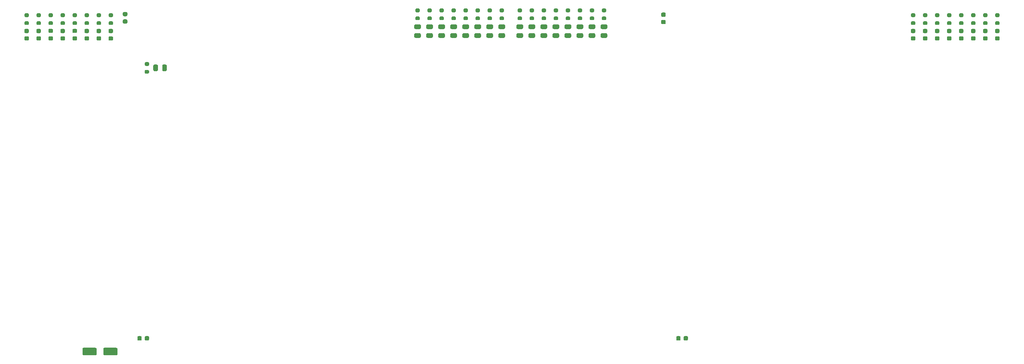
<source format=gbr>
%TF.GenerationSoftware,KiCad,Pcbnew,(5.1.10-1-10_14)*%
%TF.CreationDate,2021-09-26T00:15:31-04:00*%
%TF.ProjectId,prototype-board,70726f74-6f74-4797-9065-2d626f617264,rev?*%
%TF.SameCoordinates,Original*%
%TF.FileFunction,Paste,Top*%
%TF.FilePolarity,Positive*%
%FSLAX46Y46*%
G04 Gerber Fmt 4.6, Leading zero omitted, Abs format (unit mm)*
G04 Created by KiCad (PCBNEW (5.1.10-1-10_14)) date 2021-09-26 00:15:31*
%MOMM*%
%LPD*%
G01*
G04 APERTURE LIST*
G04 APERTURE END LIST*
%TO.C,C5*%
G36*
G01*
X85790000Y-129582000D02*
X85790000Y-128482000D01*
G75*
G02*
X86040000Y-128232000I250000J0D01*
G01*
X88540000Y-128232000D01*
G75*
G02*
X88790000Y-128482000I0J-250000D01*
G01*
X88790000Y-129582000D01*
G75*
G02*
X88540000Y-129832000I-250000J0D01*
G01*
X86040000Y-129832000D01*
G75*
G02*
X85790000Y-129582000I0J250000D01*
G01*
G37*
G36*
G01*
X81390000Y-129582000D02*
X81390000Y-128482000D01*
G75*
G02*
X81640000Y-128232000I250000J0D01*
G01*
X84140000Y-128232000D01*
G75*
G02*
X84390000Y-128482000I0J-250000D01*
G01*
X84390000Y-129582000D01*
G75*
G02*
X84140000Y-129832000I-250000J0D01*
G01*
X81640000Y-129832000D01*
G75*
G02*
X81390000Y-129582000I0J250000D01*
G01*
G37*
%TD*%
%TO.C,U36*%
G36*
G01*
X95251000Y-68557000D02*
X94701000Y-68557000D01*
G75*
G02*
X94501000Y-68357000I0J200000D01*
G01*
X94501000Y-67957000D01*
G75*
G02*
X94701000Y-67757000I200000J0D01*
G01*
X95251000Y-67757000D01*
G75*
G02*
X95451000Y-67957000I0J-200000D01*
G01*
X95451000Y-68357000D01*
G75*
G02*
X95251000Y-68557000I-200000J0D01*
G01*
G37*
G36*
G01*
X95251000Y-70207000D02*
X94701000Y-70207000D01*
G75*
G02*
X94501000Y-70007000I0J200000D01*
G01*
X94501000Y-69607000D01*
G75*
G02*
X94701000Y-69407000I200000J0D01*
G01*
X95251000Y-69407000D01*
G75*
G02*
X95451000Y-69607000I0J-200000D01*
G01*
X95451000Y-70007000D01*
G75*
G02*
X95251000Y-70207000I-200000J0D01*
G01*
G37*
%TD*%
%TO.C,D33*%
G36*
G01*
X98220000Y-69438250D02*
X98220000Y-68525750D01*
G75*
G02*
X98463750Y-68282000I243750J0D01*
G01*
X98951250Y-68282000D01*
G75*
G02*
X99195000Y-68525750I0J-243750D01*
G01*
X99195000Y-69438250D01*
G75*
G02*
X98951250Y-69682000I-243750J0D01*
G01*
X98463750Y-69682000D01*
G75*
G02*
X98220000Y-69438250I0J243750D01*
G01*
G37*
G36*
G01*
X96345000Y-69438250D02*
X96345000Y-68525750D01*
G75*
G02*
X96588750Y-68282000I243750J0D01*
G01*
X97076250Y-68282000D01*
G75*
G02*
X97320000Y-68525750I0J-243750D01*
G01*
X97320000Y-69438250D01*
G75*
G02*
X97076250Y-69682000I-243750J0D01*
G01*
X96588750Y-69682000D01*
G75*
G02*
X96345000Y-69438250I0J243750D01*
G01*
G37*
%TD*%
%TO.C,U35*%
G36*
G01*
X274849000Y-58249000D02*
X274299000Y-58249000D01*
G75*
G02*
X274099000Y-58049000I0J200000D01*
G01*
X274099000Y-57649000D01*
G75*
G02*
X274299000Y-57449000I200000J0D01*
G01*
X274849000Y-57449000D01*
G75*
G02*
X275049000Y-57649000I0J-200000D01*
G01*
X275049000Y-58049000D01*
G75*
G02*
X274849000Y-58249000I-200000J0D01*
G01*
G37*
G36*
G01*
X274849000Y-59899000D02*
X274299000Y-59899000D01*
G75*
G02*
X274099000Y-59699000I0J200000D01*
G01*
X274099000Y-59299000D01*
G75*
G02*
X274299000Y-59099000I200000J0D01*
G01*
X274849000Y-59099000D01*
G75*
G02*
X275049000Y-59299000I0J-200000D01*
G01*
X275049000Y-59699000D01*
G75*
G02*
X274849000Y-59899000I-200000J0D01*
G01*
G37*
%TD*%
%TO.C,U34*%
G36*
G01*
X272309000Y-58249000D02*
X271759000Y-58249000D01*
G75*
G02*
X271559000Y-58049000I0J200000D01*
G01*
X271559000Y-57649000D01*
G75*
G02*
X271759000Y-57449000I200000J0D01*
G01*
X272309000Y-57449000D01*
G75*
G02*
X272509000Y-57649000I0J-200000D01*
G01*
X272509000Y-58049000D01*
G75*
G02*
X272309000Y-58249000I-200000J0D01*
G01*
G37*
G36*
G01*
X272309000Y-59899000D02*
X271759000Y-59899000D01*
G75*
G02*
X271559000Y-59699000I0J200000D01*
G01*
X271559000Y-59299000D01*
G75*
G02*
X271759000Y-59099000I200000J0D01*
G01*
X272309000Y-59099000D01*
G75*
G02*
X272509000Y-59299000I0J-200000D01*
G01*
X272509000Y-59699000D01*
G75*
G02*
X272309000Y-59899000I-200000J0D01*
G01*
G37*
%TD*%
%TO.C,U33*%
G36*
G01*
X269769000Y-58249000D02*
X269219000Y-58249000D01*
G75*
G02*
X269019000Y-58049000I0J200000D01*
G01*
X269019000Y-57649000D01*
G75*
G02*
X269219000Y-57449000I200000J0D01*
G01*
X269769000Y-57449000D01*
G75*
G02*
X269969000Y-57649000I0J-200000D01*
G01*
X269969000Y-58049000D01*
G75*
G02*
X269769000Y-58249000I-200000J0D01*
G01*
G37*
G36*
G01*
X269769000Y-59899000D02*
X269219000Y-59899000D01*
G75*
G02*
X269019000Y-59699000I0J200000D01*
G01*
X269019000Y-59299000D01*
G75*
G02*
X269219000Y-59099000I200000J0D01*
G01*
X269769000Y-59099000D01*
G75*
G02*
X269969000Y-59299000I0J-200000D01*
G01*
X269969000Y-59699000D01*
G75*
G02*
X269769000Y-59899000I-200000J0D01*
G01*
G37*
%TD*%
%TO.C,U32*%
G36*
G01*
X267229000Y-58249000D02*
X266679000Y-58249000D01*
G75*
G02*
X266479000Y-58049000I0J200000D01*
G01*
X266479000Y-57649000D01*
G75*
G02*
X266679000Y-57449000I200000J0D01*
G01*
X267229000Y-57449000D01*
G75*
G02*
X267429000Y-57649000I0J-200000D01*
G01*
X267429000Y-58049000D01*
G75*
G02*
X267229000Y-58249000I-200000J0D01*
G01*
G37*
G36*
G01*
X267229000Y-59899000D02*
X266679000Y-59899000D01*
G75*
G02*
X266479000Y-59699000I0J200000D01*
G01*
X266479000Y-59299000D01*
G75*
G02*
X266679000Y-59099000I200000J0D01*
G01*
X267229000Y-59099000D01*
G75*
G02*
X267429000Y-59299000I0J-200000D01*
G01*
X267429000Y-59699000D01*
G75*
G02*
X267229000Y-59899000I-200000J0D01*
G01*
G37*
%TD*%
%TO.C,U31*%
G36*
G01*
X264689000Y-58249000D02*
X264139000Y-58249000D01*
G75*
G02*
X263939000Y-58049000I0J200000D01*
G01*
X263939000Y-57649000D01*
G75*
G02*
X264139000Y-57449000I200000J0D01*
G01*
X264689000Y-57449000D01*
G75*
G02*
X264889000Y-57649000I0J-200000D01*
G01*
X264889000Y-58049000D01*
G75*
G02*
X264689000Y-58249000I-200000J0D01*
G01*
G37*
G36*
G01*
X264689000Y-59899000D02*
X264139000Y-59899000D01*
G75*
G02*
X263939000Y-59699000I0J200000D01*
G01*
X263939000Y-59299000D01*
G75*
G02*
X264139000Y-59099000I200000J0D01*
G01*
X264689000Y-59099000D01*
G75*
G02*
X264889000Y-59299000I0J-200000D01*
G01*
X264889000Y-59699000D01*
G75*
G02*
X264689000Y-59899000I-200000J0D01*
G01*
G37*
%TD*%
%TO.C,U30*%
G36*
G01*
X262149000Y-58249000D02*
X261599000Y-58249000D01*
G75*
G02*
X261399000Y-58049000I0J200000D01*
G01*
X261399000Y-57649000D01*
G75*
G02*
X261599000Y-57449000I200000J0D01*
G01*
X262149000Y-57449000D01*
G75*
G02*
X262349000Y-57649000I0J-200000D01*
G01*
X262349000Y-58049000D01*
G75*
G02*
X262149000Y-58249000I-200000J0D01*
G01*
G37*
G36*
G01*
X262149000Y-59899000D02*
X261599000Y-59899000D01*
G75*
G02*
X261399000Y-59699000I0J200000D01*
G01*
X261399000Y-59299000D01*
G75*
G02*
X261599000Y-59099000I200000J0D01*
G01*
X262149000Y-59099000D01*
G75*
G02*
X262349000Y-59299000I0J-200000D01*
G01*
X262349000Y-59699000D01*
G75*
G02*
X262149000Y-59899000I-200000J0D01*
G01*
G37*
%TD*%
%TO.C,U29*%
G36*
G01*
X259609000Y-58249000D02*
X259059000Y-58249000D01*
G75*
G02*
X258859000Y-58049000I0J200000D01*
G01*
X258859000Y-57649000D01*
G75*
G02*
X259059000Y-57449000I200000J0D01*
G01*
X259609000Y-57449000D01*
G75*
G02*
X259809000Y-57649000I0J-200000D01*
G01*
X259809000Y-58049000D01*
G75*
G02*
X259609000Y-58249000I-200000J0D01*
G01*
G37*
G36*
G01*
X259609000Y-59899000D02*
X259059000Y-59899000D01*
G75*
G02*
X258859000Y-59699000I0J200000D01*
G01*
X258859000Y-59299000D01*
G75*
G02*
X259059000Y-59099000I200000J0D01*
G01*
X259609000Y-59099000D01*
G75*
G02*
X259809000Y-59299000I0J-200000D01*
G01*
X259809000Y-59699000D01*
G75*
G02*
X259609000Y-59899000I-200000J0D01*
G01*
G37*
%TD*%
%TO.C,U28*%
G36*
G01*
X257069000Y-58249000D02*
X256519000Y-58249000D01*
G75*
G02*
X256319000Y-58049000I0J200000D01*
G01*
X256319000Y-57649000D01*
G75*
G02*
X256519000Y-57449000I200000J0D01*
G01*
X257069000Y-57449000D01*
G75*
G02*
X257269000Y-57649000I0J-200000D01*
G01*
X257269000Y-58049000D01*
G75*
G02*
X257069000Y-58249000I-200000J0D01*
G01*
G37*
G36*
G01*
X257069000Y-59899000D02*
X256519000Y-59899000D01*
G75*
G02*
X256319000Y-59699000I0J200000D01*
G01*
X256319000Y-59299000D01*
G75*
G02*
X256519000Y-59099000I200000J0D01*
G01*
X257069000Y-59099000D01*
G75*
G02*
X257269000Y-59299000I0J-200000D01*
G01*
X257269000Y-59699000D01*
G75*
G02*
X257069000Y-59899000I-200000J0D01*
G01*
G37*
%TD*%
%TO.C,D32*%
G36*
G01*
X274317750Y-62326000D02*
X274830250Y-62326000D01*
G75*
G02*
X275049000Y-62544750I0J-218750D01*
G01*
X275049000Y-62982250D01*
G75*
G02*
X274830250Y-63201000I-218750J0D01*
G01*
X274317750Y-63201000D01*
G75*
G02*
X274099000Y-62982250I0J218750D01*
G01*
X274099000Y-62544750D01*
G75*
G02*
X274317750Y-62326000I218750J0D01*
G01*
G37*
G36*
G01*
X274317750Y-60751000D02*
X274830250Y-60751000D01*
G75*
G02*
X275049000Y-60969750I0J-218750D01*
G01*
X275049000Y-61407250D01*
G75*
G02*
X274830250Y-61626000I-218750J0D01*
G01*
X274317750Y-61626000D01*
G75*
G02*
X274099000Y-61407250I0J218750D01*
G01*
X274099000Y-60969750D01*
G75*
G02*
X274317750Y-60751000I218750J0D01*
G01*
G37*
%TD*%
%TO.C,D31*%
G36*
G01*
X271777750Y-62326000D02*
X272290250Y-62326000D01*
G75*
G02*
X272509000Y-62544750I0J-218750D01*
G01*
X272509000Y-62982250D01*
G75*
G02*
X272290250Y-63201000I-218750J0D01*
G01*
X271777750Y-63201000D01*
G75*
G02*
X271559000Y-62982250I0J218750D01*
G01*
X271559000Y-62544750D01*
G75*
G02*
X271777750Y-62326000I218750J0D01*
G01*
G37*
G36*
G01*
X271777750Y-60751000D02*
X272290250Y-60751000D01*
G75*
G02*
X272509000Y-60969750I0J-218750D01*
G01*
X272509000Y-61407250D01*
G75*
G02*
X272290250Y-61626000I-218750J0D01*
G01*
X271777750Y-61626000D01*
G75*
G02*
X271559000Y-61407250I0J218750D01*
G01*
X271559000Y-60969750D01*
G75*
G02*
X271777750Y-60751000I218750J0D01*
G01*
G37*
%TD*%
%TO.C,D30*%
G36*
G01*
X269237750Y-62326000D02*
X269750250Y-62326000D01*
G75*
G02*
X269969000Y-62544750I0J-218750D01*
G01*
X269969000Y-62982250D01*
G75*
G02*
X269750250Y-63201000I-218750J0D01*
G01*
X269237750Y-63201000D01*
G75*
G02*
X269019000Y-62982250I0J218750D01*
G01*
X269019000Y-62544750D01*
G75*
G02*
X269237750Y-62326000I218750J0D01*
G01*
G37*
G36*
G01*
X269237750Y-60751000D02*
X269750250Y-60751000D01*
G75*
G02*
X269969000Y-60969750I0J-218750D01*
G01*
X269969000Y-61407250D01*
G75*
G02*
X269750250Y-61626000I-218750J0D01*
G01*
X269237750Y-61626000D01*
G75*
G02*
X269019000Y-61407250I0J218750D01*
G01*
X269019000Y-60969750D01*
G75*
G02*
X269237750Y-60751000I218750J0D01*
G01*
G37*
%TD*%
%TO.C,D29*%
G36*
G01*
X266697750Y-62326000D02*
X267210250Y-62326000D01*
G75*
G02*
X267429000Y-62544750I0J-218750D01*
G01*
X267429000Y-62982250D01*
G75*
G02*
X267210250Y-63201000I-218750J0D01*
G01*
X266697750Y-63201000D01*
G75*
G02*
X266479000Y-62982250I0J218750D01*
G01*
X266479000Y-62544750D01*
G75*
G02*
X266697750Y-62326000I218750J0D01*
G01*
G37*
G36*
G01*
X266697750Y-60751000D02*
X267210250Y-60751000D01*
G75*
G02*
X267429000Y-60969750I0J-218750D01*
G01*
X267429000Y-61407250D01*
G75*
G02*
X267210250Y-61626000I-218750J0D01*
G01*
X266697750Y-61626000D01*
G75*
G02*
X266479000Y-61407250I0J218750D01*
G01*
X266479000Y-60969750D01*
G75*
G02*
X266697750Y-60751000I218750J0D01*
G01*
G37*
%TD*%
%TO.C,D28*%
G36*
G01*
X264157750Y-62326000D02*
X264670250Y-62326000D01*
G75*
G02*
X264889000Y-62544750I0J-218750D01*
G01*
X264889000Y-62982250D01*
G75*
G02*
X264670250Y-63201000I-218750J0D01*
G01*
X264157750Y-63201000D01*
G75*
G02*
X263939000Y-62982250I0J218750D01*
G01*
X263939000Y-62544750D01*
G75*
G02*
X264157750Y-62326000I218750J0D01*
G01*
G37*
G36*
G01*
X264157750Y-60751000D02*
X264670250Y-60751000D01*
G75*
G02*
X264889000Y-60969750I0J-218750D01*
G01*
X264889000Y-61407250D01*
G75*
G02*
X264670250Y-61626000I-218750J0D01*
G01*
X264157750Y-61626000D01*
G75*
G02*
X263939000Y-61407250I0J218750D01*
G01*
X263939000Y-60969750D01*
G75*
G02*
X264157750Y-60751000I218750J0D01*
G01*
G37*
%TD*%
%TO.C,D27*%
G36*
G01*
X261617750Y-62326000D02*
X262130250Y-62326000D01*
G75*
G02*
X262349000Y-62544750I0J-218750D01*
G01*
X262349000Y-62982250D01*
G75*
G02*
X262130250Y-63201000I-218750J0D01*
G01*
X261617750Y-63201000D01*
G75*
G02*
X261399000Y-62982250I0J218750D01*
G01*
X261399000Y-62544750D01*
G75*
G02*
X261617750Y-62326000I218750J0D01*
G01*
G37*
G36*
G01*
X261617750Y-60751000D02*
X262130250Y-60751000D01*
G75*
G02*
X262349000Y-60969750I0J-218750D01*
G01*
X262349000Y-61407250D01*
G75*
G02*
X262130250Y-61626000I-218750J0D01*
G01*
X261617750Y-61626000D01*
G75*
G02*
X261399000Y-61407250I0J218750D01*
G01*
X261399000Y-60969750D01*
G75*
G02*
X261617750Y-60751000I218750J0D01*
G01*
G37*
%TD*%
%TO.C,D26*%
G36*
G01*
X259077750Y-62326000D02*
X259590250Y-62326000D01*
G75*
G02*
X259809000Y-62544750I0J-218750D01*
G01*
X259809000Y-62982250D01*
G75*
G02*
X259590250Y-63201000I-218750J0D01*
G01*
X259077750Y-63201000D01*
G75*
G02*
X258859000Y-62982250I0J218750D01*
G01*
X258859000Y-62544750D01*
G75*
G02*
X259077750Y-62326000I218750J0D01*
G01*
G37*
G36*
G01*
X259077750Y-60751000D02*
X259590250Y-60751000D01*
G75*
G02*
X259809000Y-60969750I0J-218750D01*
G01*
X259809000Y-61407250D01*
G75*
G02*
X259590250Y-61626000I-218750J0D01*
G01*
X259077750Y-61626000D01*
G75*
G02*
X258859000Y-61407250I0J218750D01*
G01*
X258859000Y-60969750D01*
G75*
G02*
X259077750Y-60751000I218750J0D01*
G01*
G37*
%TD*%
%TO.C,D25*%
G36*
G01*
X256537750Y-62326000D02*
X257050250Y-62326000D01*
G75*
G02*
X257269000Y-62544750I0J-218750D01*
G01*
X257269000Y-62982250D01*
G75*
G02*
X257050250Y-63201000I-218750J0D01*
G01*
X256537750Y-63201000D01*
G75*
G02*
X256319000Y-62982250I0J218750D01*
G01*
X256319000Y-62544750D01*
G75*
G02*
X256537750Y-62326000I218750J0D01*
G01*
G37*
G36*
G01*
X256537750Y-60751000D02*
X257050250Y-60751000D01*
G75*
G02*
X257269000Y-60969750I0J-218750D01*
G01*
X257269000Y-61407250D01*
G75*
G02*
X257050250Y-61626000I-218750J0D01*
G01*
X256537750Y-61626000D01*
G75*
G02*
X256319000Y-61407250I0J218750D01*
G01*
X256319000Y-60969750D01*
G75*
G02*
X256537750Y-60751000I218750J0D01*
G01*
G37*
%TD*%
%TO.C,U27*%
G36*
G01*
X87651000Y-59899000D02*
X87101000Y-59899000D01*
G75*
G02*
X86901000Y-59699000I0J200000D01*
G01*
X86901000Y-59299000D01*
G75*
G02*
X87101000Y-59099000I200000J0D01*
G01*
X87651000Y-59099000D01*
G75*
G02*
X87851000Y-59299000I0J-200000D01*
G01*
X87851000Y-59699000D01*
G75*
G02*
X87651000Y-59899000I-200000J0D01*
G01*
G37*
G36*
G01*
X87651000Y-58249000D02*
X87101000Y-58249000D01*
G75*
G02*
X86901000Y-58049000I0J200000D01*
G01*
X86901000Y-57649000D01*
G75*
G02*
X87101000Y-57449000I200000J0D01*
G01*
X87651000Y-57449000D01*
G75*
G02*
X87851000Y-57649000I0J-200000D01*
G01*
X87851000Y-58049000D01*
G75*
G02*
X87651000Y-58249000I-200000J0D01*
G01*
G37*
%TD*%
%TO.C,U26*%
G36*
G01*
X85111000Y-59899000D02*
X84561000Y-59899000D01*
G75*
G02*
X84361000Y-59699000I0J200000D01*
G01*
X84361000Y-59299000D01*
G75*
G02*
X84561000Y-59099000I200000J0D01*
G01*
X85111000Y-59099000D01*
G75*
G02*
X85311000Y-59299000I0J-200000D01*
G01*
X85311000Y-59699000D01*
G75*
G02*
X85111000Y-59899000I-200000J0D01*
G01*
G37*
G36*
G01*
X85111000Y-58249000D02*
X84561000Y-58249000D01*
G75*
G02*
X84361000Y-58049000I0J200000D01*
G01*
X84361000Y-57649000D01*
G75*
G02*
X84561000Y-57449000I200000J0D01*
G01*
X85111000Y-57449000D01*
G75*
G02*
X85311000Y-57649000I0J-200000D01*
G01*
X85311000Y-58049000D01*
G75*
G02*
X85111000Y-58249000I-200000J0D01*
G01*
G37*
%TD*%
%TO.C,U25*%
G36*
G01*
X82571000Y-59899000D02*
X82021000Y-59899000D01*
G75*
G02*
X81821000Y-59699000I0J200000D01*
G01*
X81821000Y-59299000D01*
G75*
G02*
X82021000Y-59099000I200000J0D01*
G01*
X82571000Y-59099000D01*
G75*
G02*
X82771000Y-59299000I0J-200000D01*
G01*
X82771000Y-59699000D01*
G75*
G02*
X82571000Y-59899000I-200000J0D01*
G01*
G37*
G36*
G01*
X82571000Y-58249000D02*
X82021000Y-58249000D01*
G75*
G02*
X81821000Y-58049000I0J200000D01*
G01*
X81821000Y-57649000D01*
G75*
G02*
X82021000Y-57449000I200000J0D01*
G01*
X82571000Y-57449000D01*
G75*
G02*
X82771000Y-57649000I0J-200000D01*
G01*
X82771000Y-58049000D01*
G75*
G02*
X82571000Y-58249000I-200000J0D01*
G01*
G37*
%TD*%
%TO.C,U24*%
G36*
G01*
X80031000Y-59899000D02*
X79481000Y-59899000D01*
G75*
G02*
X79281000Y-59699000I0J200000D01*
G01*
X79281000Y-59299000D01*
G75*
G02*
X79481000Y-59099000I200000J0D01*
G01*
X80031000Y-59099000D01*
G75*
G02*
X80231000Y-59299000I0J-200000D01*
G01*
X80231000Y-59699000D01*
G75*
G02*
X80031000Y-59899000I-200000J0D01*
G01*
G37*
G36*
G01*
X80031000Y-58249000D02*
X79481000Y-58249000D01*
G75*
G02*
X79281000Y-58049000I0J200000D01*
G01*
X79281000Y-57649000D01*
G75*
G02*
X79481000Y-57449000I200000J0D01*
G01*
X80031000Y-57449000D01*
G75*
G02*
X80231000Y-57649000I0J-200000D01*
G01*
X80231000Y-58049000D01*
G75*
G02*
X80031000Y-58249000I-200000J0D01*
G01*
G37*
%TD*%
%TO.C,U23*%
G36*
G01*
X77491000Y-59899000D02*
X76941000Y-59899000D01*
G75*
G02*
X76741000Y-59699000I0J200000D01*
G01*
X76741000Y-59299000D01*
G75*
G02*
X76941000Y-59099000I200000J0D01*
G01*
X77491000Y-59099000D01*
G75*
G02*
X77691000Y-59299000I0J-200000D01*
G01*
X77691000Y-59699000D01*
G75*
G02*
X77491000Y-59899000I-200000J0D01*
G01*
G37*
G36*
G01*
X77491000Y-58249000D02*
X76941000Y-58249000D01*
G75*
G02*
X76741000Y-58049000I0J200000D01*
G01*
X76741000Y-57649000D01*
G75*
G02*
X76941000Y-57449000I200000J0D01*
G01*
X77491000Y-57449000D01*
G75*
G02*
X77691000Y-57649000I0J-200000D01*
G01*
X77691000Y-58049000D01*
G75*
G02*
X77491000Y-58249000I-200000J0D01*
G01*
G37*
%TD*%
%TO.C,U22*%
G36*
G01*
X74951000Y-59899000D02*
X74401000Y-59899000D01*
G75*
G02*
X74201000Y-59699000I0J200000D01*
G01*
X74201000Y-59299000D01*
G75*
G02*
X74401000Y-59099000I200000J0D01*
G01*
X74951000Y-59099000D01*
G75*
G02*
X75151000Y-59299000I0J-200000D01*
G01*
X75151000Y-59699000D01*
G75*
G02*
X74951000Y-59899000I-200000J0D01*
G01*
G37*
G36*
G01*
X74951000Y-58249000D02*
X74401000Y-58249000D01*
G75*
G02*
X74201000Y-58049000I0J200000D01*
G01*
X74201000Y-57649000D01*
G75*
G02*
X74401000Y-57449000I200000J0D01*
G01*
X74951000Y-57449000D01*
G75*
G02*
X75151000Y-57649000I0J-200000D01*
G01*
X75151000Y-58049000D01*
G75*
G02*
X74951000Y-58249000I-200000J0D01*
G01*
G37*
%TD*%
%TO.C,U21*%
G36*
G01*
X72411000Y-59899000D02*
X71861000Y-59899000D01*
G75*
G02*
X71661000Y-59699000I0J200000D01*
G01*
X71661000Y-59299000D01*
G75*
G02*
X71861000Y-59099000I200000J0D01*
G01*
X72411000Y-59099000D01*
G75*
G02*
X72611000Y-59299000I0J-200000D01*
G01*
X72611000Y-59699000D01*
G75*
G02*
X72411000Y-59899000I-200000J0D01*
G01*
G37*
G36*
G01*
X72411000Y-58249000D02*
X71861000Y-58249000D01*
G75*
G02*
X71661000Y-58049000I0J200000D01*
G01*
X71661000Y-57649000D01*
G75*
G02*
X71861000Y-57449000I200000J0D01*
G01*
X72411000Y-57449000D01*
G75*
G02*
X72611000Y-57649000I0J-200000D01*
G01*
X72611000Y-58049000D01*
G75*
G02*
X72411000Y-58249000I-200000J0D01*
G01*
G37*
%TD*%
%TO.C,U20*%
G36*
G01*
X69871000Y-59899000D02*
X69321000Y-59899000D01*
G75*
G02*
X69121000Y-59699000I0J200000D01*
G01*
X69121000Y-59299000D01*
G75*
G02*
X69321000Y-59099000I200000J0D01*
G01*
X69871000Y-59099000D01*
G75*
G02*
X70071000Y-59299000I0J-200000D01*
G01*
X70071000Y-59699000D01*
G75*
G02*
X69871000Y-59899000I-200000J0D01*
G01*
G37*
G36*
G01*
X69871000Y-58249000D02*
X69321000Y-58249000D01*
G75*
G02*
X69121000Y-58049000I0J200000D01*
G01*
X69121000Y-57649000D01*
G75*
G02*
X69321000Y-57449000I200000J0D01*
G01*
X69871000Y-57449000D01*
G75*
G02*
X70071000Y-57649000I0J-200000D01*
G01*
X70071000Y-58049000D01*
G75*
G02*
X69871000Y-58249000I-200000J0D01*
G01*
G37*
%TD*%
%TO.C,D24*%
G36*
G01*
X87119750Y-60756714D02*
X87632250Y-60756714D01*
G75*
G02*
X87851000Y-60975464I0J-218750D01*
G01*
X87851000Y-61412964D01*
G75*
G02*
X87632250Y-61631714I-218750J0D01*
G01*
X87119750Y-61631714D01*
G75*
G02*
X86901000Y-61412964I0J218750D01*
G01*
X86901000Y-60975464D01*
G75*
G02*
X87119750Y-60756714I218750J0D01*
G01*
G37*
G36*
G01*
X87119750Y-62331714D02*
X87632250Y-62331714D01*
G75*
G02*
X87851000Y-62550464I0J-218750D01*
G01*
X87851000Y-62987964D01*
G75*
G02*
X87632250Y-63206714I-218750J0D01*
G01*
X87119750Y-63206714D01*
G75*
G02*
X86901000Y-62987964I0J218750D01*
G01*
X86901000Y-62550464D01*
G75*
G02*
X87119750Y-62331714I218750J0D01*
G01*
G37*
%TD*%
%TO.C,D23*%
G36*
G01*
X84579750Y-60751000D02*
X85092250Y-60751000D01*
G75*
G02*
X85311000Y-60969750I0J-218750D01*
G01*
X85311000Y-61407250D01*
G75*
G02*
X85092250Y-61626000I-218750J0D01*
G01*
X84579750Y-61626000D01*
G75*
G02*
X84361000Y-61407250I0J218750D01*
G01*
X84361000Y-60969750D01*
G75*
G02*
X84579750Y-60751000I218750J0D01*
G01*
G37*
G36*
G01*
X84579750Y-62326000D02*
X85092250Y-62326000D01*
G75*
G02*
X85311000Y-62544750I0J-218750D01*
G01*
X85311000Y-62982250D01*
G75*
G02*
X85092250Y-63201000I-218750J0D01*
G01*
X84579750Y-63201000D01*
G75*
G02*
X84361000Y-62982250I0J218750D01*
G01*
X84361000Y-62544750D01*
G75*
G02*
X84579750Y-62326000I218750J0D01*
G01*
G37*
%TD*%
%TO.C,D22*%
G36*
G01*
X82039750Y-60750998D02*
X82552250Y-60750998D01*
G75*
G02*
X82771000Y-60969748I0J-218750D01*
G01*
X82771000Y-61407248D01*
G75*
G02*
X82552250Y-61625998I-218750J0D01*
G01*
X82039750Y-61625998D01*
G75*
G02*
X81821000Y-61407248I0J218750D01*
G01*
X81821000Y-60969748D01*
G75*
G02*
X82039750Y-60750998I218750J0D01*
G01*
G37*
G36*
G01*
X82039750Y-62325998D02*
X82552250Y-62325998D01*
G75*
G02*
X82771000Y-62544748I0J-218750D01*
G01*
X82771000Y-62982248D01*
G75*
G02*
X82552250Y-63200998I-218750J0D01*
G01*
X82039750Y-63200998D01*
G75*
G02*
X81821000Y-62982248I0J218750D01*
G01*
X81821000Y-62544748D01*
G75*
G02*
X82039750Y-62325998I218750J0D01*
G01*
G37*
%TD*%
%TO.C,D21*%
G36*
G01*
X79499750Y-60728142D02*
X80012250Y-60728142D01*
G75*
G02*
X80231000Y-60946892I0J-218750D01*
G01*
X80231000Y-61384392D01*
G75*
G02*
X80012250Y-61603142I-218750J0D01*
G01*
X79499750Y-61603142D01*
G75*
G02*
X79281000Y-61384392I0J218750D01*
G01*
X79281000Y-60946892D01*
G75*
G02*
X79499750Y-60728142I218750J0D01*
G01*
G37*
G36*
G01*
X79499750Y-62303142D02*
X80012250Y-62303142D01*
G75*
G02*
X80231000Y-62521892I0J-218750D01*
G01*
X80231000Y-62959392D01*
G75*
G02*
X80012250Y-63178142I-218750J0D01*
G01*
X79499750Y-63178142D01*
G75*
G02*
X79281000Y-62959392I0J218750D01*
G01*
X79281000Y-62521892D01*
G75*
G02*
X79499750Y-62303142I218750J0D01*
G01*
G37*
%TD*%
%TO.C,D20*%
G36*
G01*
X76959750Y-60739570D02*
X77472250Y-60739570D01*
G75*
G02*
X77691000Y-60958320I0J-218750D01*
G01*
X77691000Y-61395820D01*
G75*
G02*
X77472250Y-61614570I-218750J0D01*
G01*
X76959750Y-61614570D01*
G75*
G02*
X76741000Y-61395820I0J218750D01*
G01*
X76741000Y-60958320D01*
G75*
G02*
X76959750Y-60739570I218750J0D01*
G01*
G37*
G36*
G01*
X76959750Y-62314570D02*
X77472250Y-62314570D01*
G75*
G02*
X77691000Y-62533320I0J-218750D01*
G01*
X77691000Y-62970820D01*
G75*
G02*
X77472250Y-63189570I-218750J0D01*
G01*
X76959750Y-63189570D01*
G75*
G02*
X76741000Y-62970820I0J218750D01*
G01*
X76741000Y-62533320D01*
G75*
G02*
X76959750Y-62314570I218750J0D01*
G01*
G37*
%TD*%
%TO.C,D19*%
G36*
G01*
X74419750Y-60722428D02*
X74932250Y-60722428D01*
G75*
G02*
X75151000Y-60941178I0J-218750D01*
G01*
X75151000Y-61378678D01*
G75*
G02*
X74932250Y-61597428I-218750J0D01*
G01*
X74419750Y-61597428D01*
G75*
G02*
X74201000Y-61378678I0J218750D01*
G01*
X74201000Y-60941178D01*
G75*
G02*
X74419750Y-60722428I218750J0D01*
G01*
G37*
G36*
G01*
X74419750Y-62297428D02*
X74932250Y-62297428D01*
G75*
G02*
X75151000Y-62516178I0J-218750D01*
G01*
X75151000Y-62953678D01*
G75*
G02*
X74932250Y-63172428I-218750J0D01*
G01*
X74419750Y-63172428D01*
G75*
G02*
X74201000Y-62953678I0J218750D01*
G01*
X74201000Y-62516178D01*
G75*
G02*
X74419750Y-62297428I218750J0D01*
G01*
G37*
%TD*%
%TO.C,D18*%
G36*
G01*
X71879750Y-60745284D02*
X72392250Y-60745284D01*
G75*
G02*
X72611000Y-60964034I0J-218750D01*
G01*
X72611000Y-61401534D01*
G75*
G02*
X72392250Y-61620284I-218750J0D01*
G01*
X71879750Y-61620284D01*
G75*
G02*
X71661000Y-61401534I0J218750D01*
G01*
X71661000Y-60964034D01*
G75*
G02*
X71879750Y-60745284I218750J0D01*
G01*
G37*
G36*
G01*
X71879750Y-62320284D02*
X72392250Y-62320284D01*
G75*
G02*
X72611000Y-62539034I0J-218750D01*
G01*
X72611000Y-62976534D01*
G75*
G02*
X72392250Y-63195284I-218750J0D01*
G01*
X71879750Y-63195284D01*
G75*
G02*
X71661000Y-62976534I0J218750D01*
G01*
X71661000Y-62539034D01*
G75*
G02*
X71879750Y-62320284I218750J0D01*
G01*
G37*
%TD*%
%TO.C,D17*%
G36*
G01*
X69339750Y-60733856D02*
X69852250Y-60733856D01*
G75*
G02*
X70071000Y-60952606I0J-218750D01*
G01*
X70071000Y-61390106D01*
G75*
G02*
X69852250Y-61608856I-218750J0D01*
G01*
X69339750Y-61608856D01*
G75*
G02*
X69121000Y-61390106I0J218750D01*
G01*
X69121000Y-60952606D01*
G75*
G02*
X69339750Y-60733856I218750J0D01*
G01*
G37*
G36*
G01*
X69339750Y-62308856D02*
X69852250Y-62308856D01*
G75*
G02*
X70071000Y-62527606I0J-218750D01*
G01*
X70071000Y-62965106D01*
G75*
G02*
X69852250Y-63183856I-218750J0D01*
G01*
X69339750Y-63183856D01*
G75*
G02*
X69121000Y-62965106I0J218750D01*
G01*
X69121000Y-62527606D01*
G75*
G02*
X69339750Y-62308856I218750J0D01*
G01*
G37*
%TD*%
%TO.C,U18*%
G36*
G01*
X191791000Y-57233000D02*
X191241000Y-57233000D01*
G75*
G02*
X191041000Y-57033000I0J200000D01*
G01*
X191041000Y-56633000D01*
G75*
G02*
X191241000Y-56433000I200000J0D01*
G01*
X191791000Y-56433000D01*
G75*
G02*
X191991000Y-56633000I0J-200000D01*
G01*
X191991000Y-57033000D01*
G75*
G02*
X191791000Y-57233000I-200000J0D01*
G01*
G37*
G36*
G01*
X191791000Y-58883000D02*
X191241000Y-58883000D01*
G75*
G02*
X191041000Y-58683000I0J200000D01*
G01*
X191041000Y-58283000D01*
G75*
G02*
X191241000Y-58083000I200000J0D01*
G01*
X191791000Y-58083000D01*
G75*
G02*
X191991000Y-58283000I0J-200000D01*
G01*
X191991000Y-58683000D01*
G75*
G02*
X191791000Y-58883000I-200000J0D01*
G01*
G37*
%TD*%
%TO.C,U16*%
G36*
G01*
X189251000Y-57233000D02*
X188701000Y-57233000D01*
G75*
G02*
X188501000Y-57033000I0J200000D01*
G01*
X188501000Y-56633000D01*
G75*
G02*
X188701000Y-56433000I200000J0D01*
G01*
X189251000Y-56433000D01*
G75*
G02*
X189451000Y-56633000I0J-200000D01*
G01*
X189451000Y-57033000D01*
G75*
G02*
X189251000Y-57233000I-200000J0D01*
G01*
G37*
G36*
G01*
X189251000Y-58883000D02*
X188701000Y-58883000D01*
G75*
G02*
X188501000Y-58683000I0J200000D01*
G01*
X188501000Y-58283000D01*
G75*
G02*
X188701000Y-58083000I200000J0D01*
G01*
X189251000Y-58083000D01*
G75*
G02*
X189451000Y-58283000I0J-200000D01*
G01*
X189451000Y-58683000D01*
G75*
G02*
X189251000Y-58883000I-200000J0D01*
G01*
G37*
%TD*%
%TO.C,U14*%
G36*
G01*
X186711000Y-57233000D02*
X186161000Y-57233000D01*
G75*
G02*
X185961000Y-57033000I0J200000D01*
G01*
X185961000Y-56633000D01*
G75*
G02*
X186161000Y-56433000I200000J0D01*
G01*
X186711000Y-56433000D01*
G75*
G02*
X186911000Y-56633000I0J-200000D01*
G01*
X186911000Y-57033000D01*
G75*
G02*
X186711000Y-57233000I-200000J0D01*
G01*
G37*
G36*
G01*
X186711000Y-58883000D02*
X186161000Y-58883000D01*
G75*
G02*
X185961000Y-58683000I0J200000D01*
G01*
X185961000Y-58283000D01*
G75*
G02*
X186161000Y-58083000I200000J0D01*
G01*
X186711000Y-58083000D01*
G75*
G02*
X186911000Y-58283000I0J-200000D01*
G01*
X186911000Y-58683000D01*
G75*
G02*
X186711000Y-58883000I-200000J0D01*
G01*
G37*
%TD*%
%TO.C,U12*%
G36*
G01*
X184171000Y-57233000D02*
X183621000Y-57233000D01*
G75*
G02*
X183421000Y-57033000I0J200000D01*
G01*
X183421000Y-56633000D01*
G75*
G02*
X183621000Y-56433000I200000J0D01*
G01*
X184171000Y-56433000D01*
G75*
G02*
X184371000Y-56633000I0J-200000D01*
G01*
X184371000Y-57033000D01*
G75*
G02*
X184171000Y-57233000I-200000J0D01*
G01*
G37*
G36*
G01*
X184171000Y-58883000D02*
X183621000Y-58883000D01*
G75*
G02*
X183421000Y-58683000I0J200000D01*
G01*
X183421000Y-58283000D01*
G75*
G02*
X183621000Y-58083000I200000J0D01*
G01*
X184171000Y-58083000D01*
G75*
G02*
X184371000Y-58283000I0J-200000D01*
G01*
X184371000Y-58683000D01*
G75*
G02*
X184171000Y-58883000I-200000J0D01*
G01*
G37*
%TD*%
%TO.C,U10*%
G36*
G01*
X181631000Y-57233000D02*
X181081000Y-57233000D01*
G75*
G02*
X180881000Y-57033000I0J200000D01*
G01*
X180881000Y-56633000D01*
G75*
G02*
X181081000Y-56433000I200000J0D01*
G01*
X181631000Y-56433000D01*
G75*
G02*
X181831000Y-56633000I0J-200000D01*
G01*
X181831000Y-57033000D01*
G75*
G02*
X181631000Y-57233000I-200000J0D01*
G01*
G37*
G36*
G01*
X181631000Y-58883000D02*
X181081000Y-58883000D01*
G75*
G02*
X180881000Y-58683000I0J200000D01*
G01*
X180881000Y-58283000D01*
G75*
G02*
X181081000Y-58083000I200000J0D01*
G01*
X181631000Y-58083000D01*
G75*
G02*
X181831000Y-58283000I0J-200000D01*
G01*
X181831000Y-58683000D01*
G75*
G02*
X181631000Y-58883000I-200000J0D01*
G01*
G37*
%TD*%
%TO.C,U8*%
G36*
G01*
X179091000Y-57233000D02*
X178541000Y-57233000D01*
G75*
G02*
X178341000Y-57033000I0J200000D01*
G01*
X178341000Y-56633000D01*
G75*
G02*
X178541000Y-56433000I200000J0D01*
G01*
X179091000Y-56433000D01*
G75*
G02*
X179291000Y-56633000I0J-200000D01*
G01*
X179291000Y-57033000D01*
G75*
G02*
X179091000Y-57233000I-200000J0D01*
G01*
G37*
G36*
G01*
X179091000Y-58883000D02*
X178541000Y-58883000D01*
G75*
G02*
X178341000Y-58683000I0J200000D01*
G01*
X178341000Y-58283000D01*
G75*
G02*
X178541000Y-58083000I200000J0D01*
G01*
X179091000Y-58083000D01*
G75*
G02*
X179291000Y-58283000I0J-200000D01*
G01*
X179291000Y-58683000D01*
G75*
G02*
X179091000Y-58883000I-200000J0D01*
G01*
G37*
%TD*%
%TO.C,U6*%
G36*
G01*
X176551000Y-57233000D02*
X176001000Y-57233000D01*
G75*
G02*
X175801000Y-57033000I0J200000D01*
G01*
X175801000Y-56633000D01*
G75*
G02*
X176001000Y-56433000I200000J0D01*
G01*
X176551000Y-56433000D01*
G75*
G02*
X176751000Y-56633000I0J-200000D01*
G01*
X176751000Y-57033000D01*
G75*
G02*
X176551000Y-57233000I-200000J0D01*
G01*
G37*
G36*
G01*
X176551000Y-58883000D02*
X176001000Y-58883000D01*
G75*
G02*
X175801000Y-58683000I0J200000D01*
G01*
X175801000Y-58283000D01*
G75*
G02*
X176001000Y-58083000I200000J0D01*
G01*
X176551000Y-58083000D01*
G75*
G02*
X176751000Y-58283000I0J-200000D01*
G01*
X176751000Y-58683000D01*
G75*
G02*
X176551000Y-58883000I-200000J0D01*
G01*
G37*
%TD*%
%TO.C,U4*%
G36*
G01*
X174011000Y-57233000D02*
X173461000Y-57233000D01*
G75*
G02*
X173261000Y-57033000I0J200000D01*
G01*
X173261000Y-56633000D01*
G75*
G02*
X173461000Y-56433000I200000J0D01*
G01*
X174011000Y-56433000D01*
G75*
G02*
X174211000Y-56633000I0J-200000D01*
G01*
X174211000Y-57033000D01*
G75*
G02*
X174011000Y-57233000I-200000J0D01*
G01*
G37*
G36*
G01*
X174011000Y-58883000D02*
X173461000Y-58883000D01*
G75*
G02*
X173261000Y-58683000I0J200000D01*
G01*
X173261000Y-58283000D01*
G75*
G02*
X173461000Y-58083000I200000J0D01*
G01*
X174011000Y-58083000D01*
G75*
G02*
X174211000Y-58283000I0J-200000D01*
G01*
X174211000Y-58683000D01*
G75*
G02*
X174011000Y-58883000I-200000J0D01*
G01*
G37*
%TD*%
%TO.C,D16*%
G36*
G01*
X191059750Y-61664000D02*
X191972250Y-61664000D01*
G75*
G02*
X192216000Y-61907750I0J-243750D01*
G01*
X192216000Y-62395250D01*
G75*
G02*
X191972250Y-62639000I-243750J0D01*
G01*
X191059750Y-62639000D01*
G75*
G02*
X190816000Y-62395250I0J243750D01*
G01*
X190816000Y-61907750D01*
G75*
G02*
X191059750Y-61664000I243750J0D01*
G01*
G37*
G36*
G01*
X191059750Y-59789000D02*
X191972250Y-59789000D01*
G75*
G02*
X192216000Y-60032750I0J-243750D01*
G01*
X192216000Y-60520250D01*
G75*
G02*
X191972250Y-60764000I-243750J0D01*
G01*
X191059750Y-60764000D01*
G75*
G02*
X190816000Y-60520250I0J243750D01*
G01*
X190816000Y-60032750D01*
G75*
G02*
X191059750Y-59789000I243750J0D01*
G01*
G37*
%TD*%
%TO.C,D15*%
G36*
G01*
X188519750Y-61664000D02*
X189432250Y-61664000D01*
G75*
G02*
X189676000Y-61907750I0J-243750D01*
G01*
X189676000Y-62395250D01*
G75*
G02*
X189432250Y-62639000I-243750J0D01*
G01*
X188519750Y-62639000D01*
G75*
G02*
X188276000Y-62395250I0J243750D01*
G01*
X188276000Y-61907750D01*
G75*
G02*
X188519750Y-61664000I243750J0D01*
G01*
G37*
G36*
G01*
X188519750Y-59789000D02*
X189432250Y-59789000D01*
G75*
G02*
X189676000Y-60032750I0J-243750D01*
G01*
X189676000Y-60520250D01*
G75*
G02*
X189432250Y-60764000I-243750J0D01*
G01*
X188519750Y-60764000D01*
G75*
G02*
X188276000Y-60520250I0J243750D01*
G01*
X188276000Y-60032750D01*
G75*
G02*
X188519750Y-59789000I243750J0D01*
G01*
G37*
%TD*%
%TO.C,D14*%
G36*
G01*
X185979750Y-61664000D02*
X186892250Y-61664000D01*
G75*
G02*
X187136000Y-61907750I0J-243750D01*
G01*
X187136000Y-62395250D01*
G75*
G02*
X186892250Y-62639000I-243750J0D01*
G01*
X185979750Y-62639000D01*
G75*
G02*
X185736000Y-62395250I0J243750D01*
G01*
X185736000Y-61907750D01*
G75*
G02*
X185979750Y-61664000I243750J0D01*
G01*
G37*
G36*
G01*
X185979750Y-59789000D02*
X186892250Y-59789000D01*
G75*
G02*
X187136000Y-60032750I0J-243750D01*
G01*
X187136000Y-60520250D01*
G75*
G02*
X186892250Y-60764000I-243750J0D01*
G01*
X185979750Y-60764000D01*
G75*
G02*
X185736000Y-60520250I0J243750D01*
G01*
X185736000Y-60032750D01*
G75*
G02*
X185979750Y-59789000I243750J0D01*
G01*
G37*
%TD*%
%TO.C,D13*%
G36*
G01*
X183439750Y-61664000D02*
X184352250Y-61664000D01*
G75*
G02*
X184596000Y-61907750I0J-243750D01*
G01*
X184596000Y-62395250D01*
G75*
G02*
X184352250Y-62639000I-243750J0D01*
G01*
X183439750Y-62639000D01*
G75*
G02*
X183196000Y-62395250I0J243750D01*
G01*
X183196000Y-61907750D01*
G75*
G02*
X183439750Y-61664000I243750J0D01*
G01*
G37*
G36*
G01*
X183439750Y-59789000D02*
X184352250Y-59789000D01*
G75*
G02*
X184596000Y-60032750I0J-243750D01*
G01*
X184596000Y-60520250D01*
G75*
G02*
X184352250Y-60764000I-243750J0D01*
G01*
X183439750Y-60764000D01*
G75*
G02*
X183196000Y-60520250I0J243750D01*
G01*
X183196000Y-60032750D01*
G75*
G02*
X183439750Y-59789000I243750J0D01*
G01*
G37*
%TD*%
%TO.C,D12*%
G36*
G01*
X180899750Y-61664000D02*
X181812250Y-61664000D01*
G75*
G02*
X182056000Y-61907750I0J-243750D01*
G01*
X182056000Y-62395250D01*
G75*
G02*
X181812250Y-62639000I-243750J0D01*
G01*
X180899750Y-62639000D01*
G75*
G02*
X180656000Y-62395250I0J243750D01*
G01*
X180656000Y-61907750D01*
G75*
G02*
X180899750Y-61664000I243750J0D01*
G01*
G37*
G36*
G01*
X180899750Y-59789000D02*
X181812250Y-59789000D01*
G75*
G02*
X182056000Y-60032750I0J-243750D01*
G01*
X182056000Y-60520250D01*
G75*
G02*
X181812250Y-60764000I-243750J0D01*
G01*
X180899750Y-60764000D01*
G75*
G02*
X180656000Y-60520250I0J243750D01*
G01*
X180656000Y-60032750D01*
G75*
G02*
X180899750Y-59789000I243750J0D01*
G01*
G37*
%TD*%
%TO.C,D11*%
G36*
G01*
X178359750Y-61664000D02*
X179272250Y-61664000D01*
G75*
G02*
X179516000Y-61907750I0J-243750D01*
G01*
X179516000Y-62395250D01*
G75*
G02*
X179272250Y-62639000I-243750J0D01*
G01*
X178359750Y-62639000D01*
G75*
G02*
X178116000Y-62395250I0J243750D01*
G01*
X178116000Y-61907750D01*
G75*
G02*
X178359750Y-61664000I243750J0D01*
G01*
G37*
G36*
G01*
X178359750Y-59789000D02*
X179272250Y-59789000D01*
G75*
G02*
X179516000Y-60032750I0J-243750D01*
G01*
X179516000Y-60520250D01*
G75*
G02*
X179272250Y-60764000I-243750J0D01*
G01*
X178359750Y-60764000D01*
G75*
G02*
X178116000Y-60520250I0J243750D01*
G01*
X178116000Y-60032750D01*
G75*
G02*
X178359750Y-59789000I243750J0D01*
G01*
G37*
%TD*%
%TO.C,D10*%
G36*
G01*
X175819750Y-61664000D02*
X176732250Y-61664000D01*
G75*
G02*
X176976000Y-61907750I0J-243750D01*
G01*
X176976000Y-62395250D01*
G75*
G02*
X176732250Y-62639000I-243750J0D01*
G01*
X175819750Y-62639000D01*
G75*
G02*
X175576000Y-62395250I0J243750D01*
G01*
X175576000Y-61907750D01*
G75*
G02*
X175819750Y-61664000I243750J0D01*
G01*
G37*
G36*
G01*
X175819750Y-59789000D02*
X176732250Y-59789000D01*
G75*
G02*
X176976000Y-60032750I0J-243750D01*
G01*
X176976000Y-60520250D01*
G75*
G02*
X176732250Y-60764000I-243750J0D01*
G01*
X175819750Y-60764000D01*
G75*
G02*
X175576000Y-60520250I0J243750D01*
G01*
X175576000Y-60032750D01*
G75*
G02*
X175819750Y-59789000I243750J0D01*
G01*
G37*
%TD*%
%TO.C,D9*%
G36*
G01*
X173279750Y-61664000D02*
X174192250Y-61664000D01*
G75*
G02*
X174436000Y-61907750I0J-243750D01*
G01*
X174436000Y-62395250D01*
G75*
G02*
X174192250Y-62639000I-243750J0D01*
G01*
X173279750Y-62639000D01*
G75*
G02*
X173036000Y-62395250I0J243750D01*
G01*
X173036000Y-61907750D01*
G75*
G02*
X173279750Y-61664000I243750J0D01*
G01*
G37*
G36*
G01*
X173279750Y-59789000D02*
X174192250Y-59789000D01*
G75*
G02*
X174436000Y-60032750I0J-243750D01*
G01*
X174436000Y-60520250D01*
G75*
G02*
X174192250Y-60764000I-243750J0D01*
G01*
X173279750Y-60764000D01*
G75*
G02*
X173036000Y-60520250I0J243750D01*
G01*
X173036000Y-60032750D01*
G75*
G02*
X173279750Y-59789000I243750J0D01*
G01*
G37*
%TD*%
%TO.C,U19*%
G36*
G01*
X170201000Y-57233000D02*
X169651000Y-57233000D01*
G75*
G02*
X169451000Y-57033000I0J200000D01*
G01*
X169451000Y-56633000D01*
G75*
G02*
X169651000Y-56433000I200000J0D01*
G01*
X170201000Y-56433000D01*
G75*
G02*
X170401000Y-56633000I0J-200000D01*
G01*
X170401000Y-57033000D01*
G75*
G02*
X170201000Y-57233000I-200000J0D01*
G01*
G37*
G36*
G01*
X170201000Y-58883000D02*
X169651000Y-58883000D01*
G75*
G02*
X169451000Y-58683000I0J200000D01*
G01*
X169451000Y-58283000D01*
G75*
G02*
X169651000Y-58083000I200000J0D01*
G01*
X170201000Y-58083000D01*
G75*
G02*
X170401000Y-58283000I0J-200000D01*
G01*
X170401000Y-58683000D01*
G75*
G02*
X170201000Y-58883000I-200000J0D01*
G01*
G37*
%TD*%
%TO.C,U17*%
G36*
G01*
X167661000Y-57233000D02*
X167111000Y-57233000D01*
G75*
G02*
X166911000Y-57033000I0J200000D01*
G01*
X166911000Y-56633000D01*
G75*
G02*
X167111000Y-56433000I200000J0D01*
G01*
X167661000Y-56433000D01*
G75*
G02*
X167861000Y-56633000I0J-200000D01*
G01*
X167861000Y-57033000D01*
G75*
G02*
X167661000Y-57233000I-200000J0D01*
G01*
G37*
G36*
G01*
X167661000Y-58883000D02*
X167111000Y-58883000D01*
G75*
G02*
X166911000Y-58683000I0J200000D01*
G01*
X166911000Y-58283000D01*
G75*
G02*
X167111000Y-58083000I200000J0D01*
G01*
X167661000Y-58083000D01*
G75*
G02*
X167861000Y-58283000I0J-200000D01*
G01*
X167861000Y-58683000D01*
G75*
G02*
X167661000Y-58883000I-200000J0D01*
G01*
G37*
%TD*%
%TO.C,U15*%
G36*
G01*
X165121000Y-57233000D02*
X164571000Y-57233000D01*
G75*
G02*
X164371000Y-57033000I0J200000D01*
G01*
X164371000Y-56633000D01*
G75*
G02*
X164571000Y-56433000I200000J0D01*
G01*
X165121000Y-56433000D01*
G75*
G02*
X165321000Y-56633000I0J-200000D01*
G01*
X165321000Y-57033000D01*
G75*
G02*
X165121000Y-57233000I-200000J0D01*
G01*
G37*
G36*
G01*
X165121000Y-58883000D02*
X164571000Y-58883000D01*
G75*
G02*
X164371000Y-58683000I0J200000D01*
G01*
X164371000Y-58283000D01*
G75*
G02*
X164571000Y-58083000I200000J0D01*
G01*
X165121000Y-58083000D01*
G75*
G02*
X165321000Y-58283000I0J-200000D01*
G01*
X165321000Y-58683000D01*
G75*
G02*
X165121000Y-58883000I-200000J0D01*
G01*
G37*
%TD*%
%TO.C,U13*%
G36*
G01*
X162581000Y-57233000D02*
X162031000Y-57233000D01*
G75*
G02*
X161831000Y-57033000I0J200000D01*
G01*
X161831000Y-56633000D01*
G75*
G02*
X162031000Y-56433000I200000J0D01*
G01*
X162581000Y-56433000D01*
G75*
G02*
X162781000Y-56633000I0J-200000D01*
G01*
X162781000Y-57033000D01*
G75*
G02*
X162581000Y-57233000I-200000J0D01*
G01*
G37*
G36*
G01*
X162581000Y-58883000D02*
X162031000Y-58883000D01*
G75*
G02*
X161831000Y-58683000I0J200000D01*
G01*
X161831000Y-58283000D01*
G75*
G02*
X162031000Y-58083000I200000J0D01*
G01*
X162581000Y-58083000D01*
G75*
G02*
X162781000Y-58283000I0J-200000D01*
G01*
X162781000Y-58683000D01*
G75*
G02*
X162581000Y-58883000I-200000J0D01*
G01*
G37*
%TD*%
%TO.C,U11*%
G36*
G01*
X160041000Y-57233000D02*
X159491000Y-57233000D01*
G75*
G02*
X159291000Y-57033000I0J200000D01*
G01*
X159291000Y-56633000D01*
G75*
G02*
X159491000Y-56433000I200000J0D01*
G01*
X160041000Y-56433000D01*
G75*
G02*
X160241000Y-56633000I0J-200000D01*
G01*
X160241000Y-57033000D01*
G75*
G02*
X160041000Y-57233000I-200000J0D01*
G01*
G37*
G36*
G01*
X160041000Y-58883000D02*
X159491000Y-58883000D01*
G75*
G02*
X159291000Y-58683000I0J200000D01*
G01*
X159291000Y-58283000D01*
G75*
G02*
X159491000Y-58083000I200000J0D01*
G01*
X160041000Y-58083000D01*
G75*
G02*
X160241000Y-58283000I0J-200000D01*
G01*
X160241000Y-58683000D01*
G75*
G02*
X160041000Y-58883000I-200000J0D01*
G01*
G37*
%TD*%
%TO.C,U9*%
G36*
G01*
X157501000Y-57233000D02*
X156951000Y-57233000D01*
G75*
G02*
X156751000Y-57033000I0J200000D01*
G01*
X156751000Y-56633000D01*
G75*
G02*
X156951000Y-56433000I200000J0D01*
G01*
X157501000Y-56433000D01*
G75*
G02*
X157701000Y-56633000I0J-200000D01*
G01*
X157701000Y-57033000D01*
G75*
G02*
X157501000Y-57233000I-200000J0D01*
G01*
G37*
G36*
G01*
X157501000Y-58883000D02*
X156951000Y-58883000D01*
G75*
G02*
X156751000Y-58683000I0J200000D01*
G01*
X156751000Y-58283000D01*
G75*
G02*
X156951000Y-58083000I200000J0D01*
G01*
X157501000Y-58083000D01*
G75*
G02*
X157701000Y-58283000I0J-200000D01*
G01*
X157701000Y-58683000D01*
G75*
G02*
X157501000Y-58883000I-200000J0D01*
G01*
G37*
%TD*%
%TO.C,U7*%
G36*
G01*
X154961000Y-57233000D02*
X154411000Y-57233000D01*
G75*
G02*
X154211000Y-57033000I0J200000D01*
G01*
X154211000Y-56633000D01*
G75*
G02*
X154411000Y-56433000I200000J0D01*
G01*
X154961000Y-56433000D01*
G75*
G02*
X155161000Y-56633000I0J-200000D01*
G01*
X155161000Y-57033000D01*
G75*
G02*
X154961000Y-57233000I-200000J0D01*
G01*
G37*
G36*
G01*
X154961000Y-58883000D02*
X154411000Y-58883000D01*
G75*
G02*
X154211000Y-58683000I0J200000D01*
G01*
X154211000Y-58283000D01*
G75*
G02*
X154411000Y-58083000I200000J0D01*
G01*
X154961000Y-58083000D01*
G75*
G02*
X155161000Y-58283000I0J-200000D01*
G01*
X155161000Y-58683000D01*
G75*
G02*
X154961000Y-58883000I-200000J0D01*
G01*
G37*
%TD*%
%TO.C,U5*%
G36*
G01*
X152421000Y-57233000D02*
X151871000Y-57233000D01*
G75*
G02*
X151671000Y-57033000I0J200000D01*
G01*
X151671000Y-56633000D01*
G75*
G02*
X151871000Y-56433000I200000J0D01*
G01*
X152421000Y-56433000D01*
G75*
G02*
X152621000Y-56633000I0J-200000D01*
G01*
X152621000Y-57033000D01*
G75*
G02*
X152421000Y-57233000I-200000J0D01*
G01*
G37*
G36*
G01*
X152421000Y-58883000D02*
X151871000Y-58883000D01*
G75*
G02*
X151671000Y-58683000I0J200000D01*
G01*
X151671000Y-58283000D01*
G75*
G02*
X151871000Y-58083000I200000J0D01*
G01*
X152421000Y-58083000D01*
G75*
G02*
X152621000Y-58283000I0J-200000D01*
G01*
X152621000Y-58683000D01*
G75*
G02*
X152421000Y-58883000I-200000J0D01*
G01*
G37*
%TD*%
%TO.C,D8*%
G36*
G01*
X169469750Y-61664000D02*
X170382250Y-61664000D01*
G75*
G02*
X170626000Y-61907750I0J-243750D01*
G01*
X170626000Y-62395250D01*
G75*
G02*
X170382250Y-62639000I-243750J0D01*
G01*
X169469750Y-62639000D01*
G75*
G02*
X169226000Y-62395250I0J243750D01*
G01*
X169226000Y-61907750D01*
G75*
G02*
X169469750Y-61664000I243750J0D01*
G01*
G37*
G36*
G01*
X169469750Y-59789000D02*
X170382250Y-59789000D01*
G75*
G02*
X170626000Y-60032750I0J-243750D01*
G01*
X170626000Y-60520250D01*
G75*
G02*
X170382250Y-60764000I-243750J0D01*
G01*
X169469750Y-60764000D01*
G75*
G02*
X169226000Y-60520250I0J243750D01*
G01*
X169226000Y-60032750D01*
G75*
G02*
X169469750Y-59789000I243750J0D01*
G01*
G37*
%TD*%
%TO.C,D7*%
G36*
G01*
X166929750Y-61664000D02*
X167842250Y-61664000D01*
G75*
G02*
X168086000Y-61907750I0J-243750D01*
G01*
X168086000Y-62395250D01*
G75*
G02*
X167842250Y-62639000I-243750J0D01*
G01*
X166929750Y-62639000D01*
G75*
G02*
X166686000Y-62395250I0J243750D01*
G01*
X166686000Y-61907750D01*
G75*
G02*
X166929750Y-61664000I243750J0D01*
G01*
G37*
G36*
G01*
X166929750Y-59789000D02*
X167842250Y-59789000D01*
G75*
G02*
X168086000Y-60032750I0J-243750D01*
G01*
X168086000Y-60520250D01*
G75*
G02*
X167842250Y-60764000I-243750J0D01*
G01*
X166929750Y-60764000D01*
G75*
G02*
X166686000Y-60520250I0J243750D01*
G01*
X166686000Y-60032750D01*
G75*
G02*
X166929750Y-59789000I243750J0D01*
G01*
G37*
%TD*%
%TO.C,D6*%
G36*
G01*
X164389750Y-61664000D02*
X165302250Y-61664000D01*
G75*
G02*
X165546000Y-61907750I0J-243750D01*
G01*
X165546000Y-62395250D01*
G75*
G02*
X165302250Y-62639000I-243750J0D01*
G01*
X164389750Y-62639000D01*
G75*
G02*
X164146000Y-62395250I0J243750D01*
G01*
X164146000Y-61907750D01*
G75*
G02*
X164389750Y-61664000I243750J0D01*
G01*
G37*
G36*
G01*
X164389750Y-59789000D02*
X165302250Y-59789000D01*
G75*
G02*
X165546000Y-60032750I0J-243750D01*
G01*
X165546000Y-60520250D01*
G75*
G02*
X165302250Y-60764000I-243750J0D01*
G01*
X164389750Y-60764000D01*
G75*
G02*
X164146000Y-60520250I0J243750D01*
G01*
X164146000Y-60032750D01*
G75*
G02*
X164389750Y-59789000I243750J0D01*
G01*
G37*
%TD*%
%TO.C,D5*%
G36*
G01*
X161849750Y-61664000D02*
X162762250Y-61664000D01*
G75*
G02*
X163006000Y-61907750I0J-243750D01*
G01*
X163006000Y-62395250D01*
G75*
G02*
X162762250Y-62639000I-243750J0D01*
G01*
X161849750Y-62639000D01*
G75*
G02*
X161606000Y-62395250I0J243750D01*
G01*
X161606000Y-61907750D01*
G75*
G02*
X161849750Y-61664000I243750J0D01*
G01*
G37*
G36*
G01*
X161849750Y-59789000D02*
X162762250Y-59789000D01*
G75*
G02*
X163006000Y-60032750I0J-243750D01*
G01*
X163006000Y-60520250D01*
G75*
G02*
X162762250Y-60764000I-243750J0D01*
G01*
X161849750Y-60764000D01*
G75*
G02*
X161606000Y-60520250I0J243750D01*
G01*
X161606000Y-60032750D01*
G75*
G02*
X161849750Y-59789000I243750J0D01*
G01*
G37*
%TD*%
%TO.C,D4*%
G36*
G01*
X159309750Y-61664000D02*
X160222250Y-61664000D01*
G75*
G02*
X160466000Y-61907750I0J-243750D01*
G01*
X160466000Y-62395250D01*
G75*
G02*
X160222250Y-62639000I-243750J0D01*
G01*
X159309750Y-62639000D01*
G75*
G02*
X159066000Y-62395250I0J243750D01*
G01*
X159066000Y-61907750D01*
G75*
G02*
X159309750Y-61664000I243750J0D01*
G01*
G37*
G36*
G01*
X159309750Y-59789000D02*
X160222250Y-59789000D01*
G75*
G02*
X160466000Y-60032750I0J-243750D01*
G01*
X160466000Y-60520250D01*
G75*
G02*
X160222250Y-60764000I-243750J0D01*
G01*
X159309750Y-60764000D01*
G75*
G02*
X159066000Y-60520250I0J243750D01*
G01*
X159066000Y-60032750D01*
G75*
G02*
X159309750Y-59789000I243750J0D01*
G01*
G37*
%TD*%
%TO.C,D3*%
G36*
G01*
X156769750Y-61664000D02*
X157682250Y-61664000D01*
G75*
G02*
X157926000Y-61907750I0J-243750D01*
G01*
X157926000Y-62395250D01*
G75*
G02*
X157682250Y-62639000I-243750J0D01*
G01*
X156769750Y-62639000D01*
G75*
G02*
X156526000Y-62395250I0J243750D01*
G01*
X156526000Y-61907750D01*
G75*
G02*
X156769750Y-61664000I243750J0D01*
G01*
G37*
G36*
G01*
X156769750Y-59789000D02*
X157682250Y-59789000D01*
G75*
G02*
X157926000Y-60032750I0J-243750D01*
G01*
X157926000Y-60520250D01*
G75*
G02*
X157682250Y-60764000I-243750J0D01*
G01*
X156769750Y-60764000D01*
G75*
G02*
X156526000Y-60520250I0J243750D01*
G01*
X156526000Y-60032750D01*
G75*
G02*
X156769750Y-59789000I243750J0D01*
G01*
G37*
%TD*%
%TO.C,D2*%
G36*
G01*
X154229750Y-61664000D02*
X155142250Y-61664000D01*
G75*
G02*
X155386000Y-61907750I0J-243750D01*
G01*
X155386000Y-62395250D01*
G75*
G02*
X155142250Y-62639000I-243750J0D01*
G01*
X154229750Y-62639000D01*
G75*
G02*
X153986000Y-62395250I0J243750D01*
G01*
X153986000Y-61907750D01*
G75*
G02*
X154229750Y-61664000I243750J0D01*
G01*
G37*
G36*
G01*
X154229750Y-59789000D02*
X155142250Y-59789000D01*
G75*
G02*
X155386000Y-60032750I0J-243750D01*
G01*
X155386000Y-60520250D01*
G75*
G02*
X155142250Y-60764000I-243750J0D01*
G01*
X154229750Y-60764000D01*
G75*
G02*
X153986000Y-60520250I0J243750D01*
G01*
X153986000Y-60032750D01*
G75*
G02*
X154229750Y-59789000I243750J0D01*
G01*
G37*
%TD*%
%TO.C,D1*%
G36*
G01*
X151689750Y-61664000D02*
X152602250Y-61664000D01*
G75*
G02*
X152846000Y-61907750I0J-243750D01*
G01*
X152846000Y-62395250D01*
G75*
G02*
X152602250Y-62639000I-243750J0D01*
G01*
X151689750Y-62639000D01*
G75*
G02*
X151446000Y-62395250I0J243750D01*
G01*
X151446000Y-61907750D01*
G75*
G02*
X151689750Y-61664000I243750J0D01*
G01*
G37*
G36*
G01*
X151689750Y-59789000D02*
X152602250Y-59789000D01*
G75*
G02*
X152846000Y-60032750I0J-243750D01*
G01*
X152846000Y-60520250D01*
G75*
G02*
X152602250Y-60764000I-243750J0D01*
G01*
X151689750Y-60764000D01*
G75*
G02*
X151446000Y-60520250I0J243750D01*
G01*
X151446000Y-60032750D01*
G75*
G02*
X151689750Y-59789000I243750J0D01*
G01*
G37*
%TD*%
%TO.C,C6*%
G36*
G01*
X94546000Y-126488000D02*
X94546000Y-125988000D01*
G75*
G02*
X94771000Y-125763000I225000J0D01*
G01*
X95221000Y-125763000D01*
G75*
G02*
X95446000Y-125988000I0J-225000D01*
G01*
X95446000Y-126488000D01*
G75*
G02*
X95221000Y-126713000I-225000J0D01*
G01*
X94771000Y-126713000D01*
G75*
G02*
X94546000Y-126488000I0J225000D01*
G01*
G37*
G36*
G01*
X92996000Y-126488000D02*
X92996000Y-125988000D01*
G75*
G02*
X93221000Y-125763000I225000J0D01*
G01*
X93671000Y-125763000D01*
G75*
G02*
X93896000Y-125988000I0J-225000D01*
G01*
X93896000Y-126488000D01*
G75*
G02*
X93671000Y-126713000I-225000J0D01*
G01*
X93221000Y-126713000D01*
G75*
G02*
X92996000Y-126488000I0J225000D01*
G01*
G37*
%TD*%
%TO.C,C4*%
G36*
G01*
X208338000Y-126488000D02*
X208338000Y-125988000D01*
G75*
G02*
X208563000Y-125763000I225000J0D01*
G01*
X209013000Y-125763000D01*
G75*
G02*
X209238000Y-125988000I0J-225000D01*
G01*
X209238000Y-126488000D01*
G75*
G02*
X209013000Y-126713000I-225000J0D01*
G01*
X208563000Y-126713000D01*
G75*
G02*
X208338000Y-126488000I0J225000D01*
G01*
G37*
G36*
G01*
X206788000Y-126488000D02*
X206788000Y-125988000D01*
G75*
G02*
X207013000Y-125763000I225000J0D01*
G01*
X207463000Y-125763000D01*
G75*
G02*
X207688000Y-125988000I0J-225000D01*
G01*
X207688000Y-126488000D01*
G75*
G02*
X207463000Y-126713000I-225000J0D01*
G01*
X207013000Y-126713000D01*
G75*
G02*
X206788000Y-126488000I0J225000D01*
G01*
G37*
%TD*%
%TO.C,C3*%
G36*
G01*
X204320000Y-58185000D02*
X203820000Y-58185000D01*
G75*
G02*
X203595000Y-57960000I0J225000D01*
G01*
X203595000Y-57510000D01*
G75*
G02*
X203820000Y-57285000I225000J0D01*
G01*
X204320000Y-57285000D01*
G75*
G02*
X204545000Y-57510000I0J-225000D01*
G01*
X204545000Y-57960000D01*
G75*
G02*
X204320000Y-58185000I-225000J0D01*
G01*
G37*
G36*
G01*
X204320000Y-59735000D02*
X203820000Y-59735000D01*
G75*
G02*
X203595000Y-59510000I0J225000D01*
G01*
X203595000Y-59060000D01*
G75*
G02*
X203820000Y-58835000I225000J0D01*
G01*
X204320000Y-58835000D01*
G75*
G02*
X204545000Y-59060000I0J-225000D01*
G01*
X204545000Y-59510000D01*
G75*
G02*
X204320000Y-59735000I-225000J0D01*
G01*
G37*
%TD*%
%TO.C,C2*%
G36*
G01*
X90640000Y-58065000D02*
X90140000Y-58065000D01*
G75*
G02*
X89915000Y-57840000I0J225000D01*
G01*
X89915000Y-57390000D01*
G75*
G02*
X90140000Y-57165000I225000J0D01*
G01*
X90640000Y-57165000D01*
G75*
G02*
X90865000Y-57390000I0J-225000D01*
G01*
X90865000Y-57840000D01*
G75*
G02*
X90640000Y-58065000I-225000J0D01*
G01*
G37*
G36*
G01*
X90640000Y-59615000D02*
X90140000Y-59615000D01*
G75*
G02*
X89915000Y-59390000I0J225000D01*
G01*
X89915000Y-58940000D01*
G75*
G02*
X90140000Y-58715000I225000J0D01*
G01*
X90640000Y-58715000D01*
G75*
G02*
X90865000Y-58940000I0J-225000D01*
G01*
X90865000Y-59390000D01*
G75*
G02*
X90640000Y-59615000I-225000J0D01*
G01*
G37*
%TD*%
M02*

</source>
